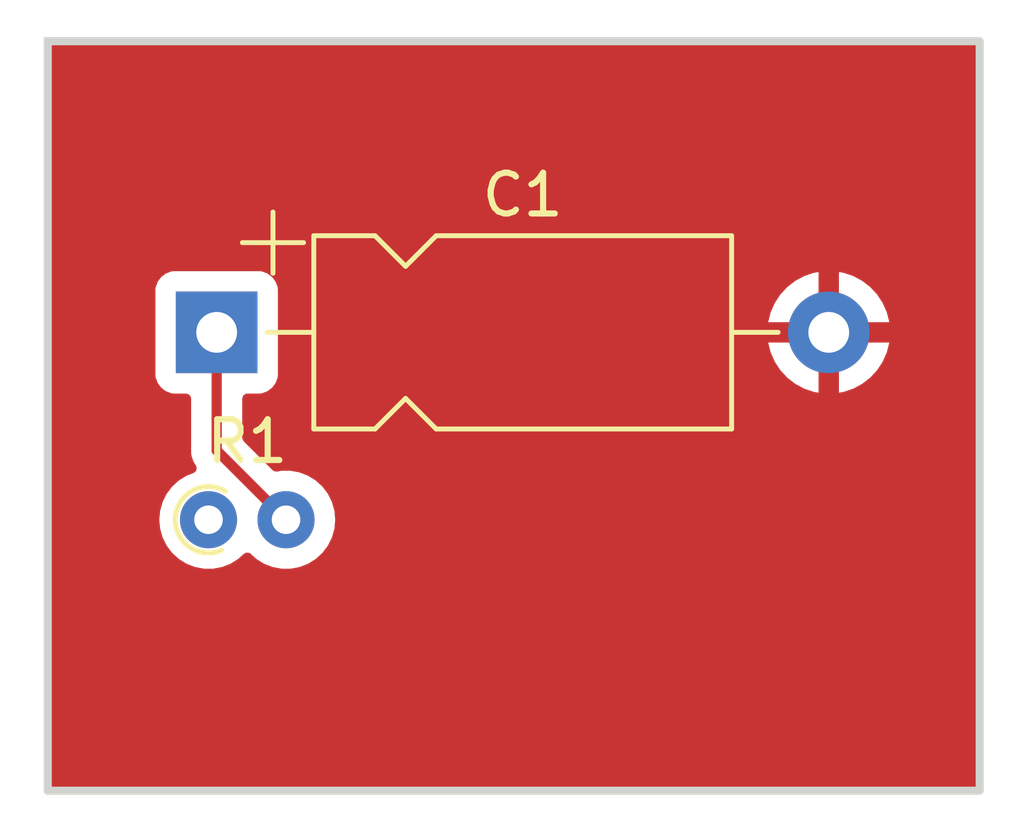
<source format=kicad_pcb>
(kicad_pcb (version 20221018) (generator pcbnew)
  (layers (0 "F.Cu" signal) (31 "B.Cu" signal) (34 "B.Paste" user) (35 "F.Paste" user) (36 "B.SilkS" user "B.Silkscreen") (37 "F.SilkS" user "F.Silkscreen") (38 "B.Mask" user) (39 "F.Mask" user) (44 "Edge.Cuts" user))
  (net 0 "")
  (net 1 "Net-(C1-Pad1)")
  (net 2 "GND")
  (net 3 "+1V8")
  (footprint "Capacitor_THT:CP_Axial_L10.0mm_D4.5mm_P15.00mm_Horizontal" (layer "F.Cu") (at 127.47 93.83)
    (fp_text reference "C1" (at 7.5 -3.37) (layer "F.SilkS"))
    (fp_text value "0.01")
    (fp_line (start 0.63 -2.2) (end 2.13 -2.2) (stroke (width 0.12)) (layer "F.SilkS"))
    (fp_line (start 1.24 0) (end 2.38 0) (stroke (width 0.12)) (layer "F.SilkS"))
    (fp_line (start 1.38 -2.95) (end 1.38 -1.45) (stroke (width 0.12)) (layer "F.SilkS"))
    (fp_line (start 2.38 -2.37) (end 2.38 2.37) (stroke (width 0.12)) (layer "F.SilkS"))
    (fp_line (start 2.38 -2.37) (end 3.88 -2.37) (stroke (width 0.12)) (layer "F.SilkS"))
    (fp_line (start 2.38 2.37) (end 3.88 2.37) (stroke (width 0.12)) (layer "F.SilkS"))
    (fp_line (start 3.88 -2.37) (end 4.63 -1.62) (stroke (width 0.12)) (layer "F.SilkS"))
    (fp_line (start 3.88 2.37) (end 4.63 1.62) (stroke (width 0.12)) (layer "F.SilkS"))
    (fp_line (start 4.63 -1.62) (end 5.38 -2.37) (stroke (width 0.12)) (layer "F.SilkS"))
    (fp_line (start 4.63 1.62) (end 5.38 2.37) (stroke (width 0.12)) (layer "F.SilkS"))
    (fp_line (start 5.38 -2.37) (end 12.62 -2.37) (stroke (width 0.12)) (layer "F.SilkS"))
    (fp_line (start 5.38 2.37) (end 12.62 2.37) (stroke (width 0.12)) (layer "F.SilkS"))
    (fp_line (start 12.62 -2.37) (end 12.62 2.37) (stroke (width 0.12)) (layer "F.SilkS"))
    (fp_line (start 13.76 0) (end 12.62 0) (stroke (width 0.12)) (layer "F.SilkS"))
    (pad "1" thru_hole rect (at 0 0) (size 2 2) (drill 1) (layers "*.Cu" "*.Mask") (net 1 "Net-(C1-Pad1)"))
    (pad "2" thru_hole oval (at 15 0) (size 2 2) (drill 1) (layers "*.Cu" "*.Mask") (net 2 "GND"))
  )
  (footprint "Resistor_THT:R_Axial_DIN0204_L3.6mm_D1.6mm_P1.90mm_Vertical" (layer "F.Cu") (at 127.27 98.425)
    (fp_text reference "R1" (at 0.95 -1.92) (layer "F.SilkS"))
    (fp_text value "10")
    (fp_arc (start 0.320095 0.749359) (mid -0.813042 -0.054435) (end 0.417133 -0.7) (stroke (width 0.12)) (layer "F.SilkS"))
    (pad "1" thru_hole circle (at 0 0) (size 1.4 1.4) (drill 0.7) (layers "*.Cu" "*.Mask") (net 3 "+1V8"))
    (pad "2" thru_hole oval (at 1.9 0) (size 1.4 1.4) (drill 0.7) (layers "*.Cu" "*.Mask") (net 1 "Net-(C1-Pad1)"))
  )
  (gr_rect (start 123.33 86.69) (end 146.17 105.07) (stroke (width 0.2)) (fill none) (layer "Edge.Cuts"))
  (segment (start 127.47 93.83) (end 127.47 96.725) (width 0.25) (layer "F.Cu") (net 1))
  (segment (start 127.47 96.725) (end 129.17 98.425) (width 0.25) (layer "F.Cu") (net 1))
  (zone (net 2) (net_name "GND") (layer "F.Cu") (connect_pads (clearance 0.5)) (min_thickness 0.25) (fill yes (thermal_gap 0.5) (thermal_bridge_width 0.5))
    (polygon (pts (xy 122.16 85.81) (xy 122.22 106.1) (xy 147.24 105.96) (xy 147.27 85.84) (xy 122.19 85.68)))
  )
)
</source>
